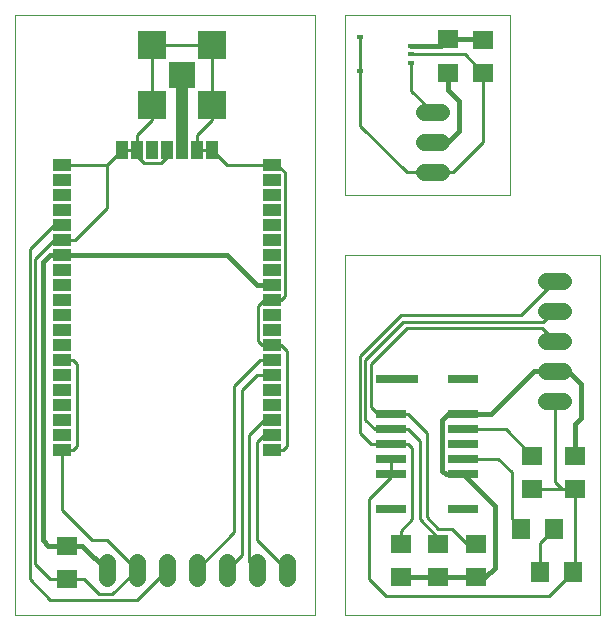
<source format=gtl>
G75*
%MOIN*%
%OFA0B0*%
%FSLAX25Y25*%
%IPPOS*%
%LPD*%
%AMOC8*
5,1,8,0,0,1.08239X$1,22.5*
%
%ADD10C,0.00000*%
%ADD11R,0.07087X0.06299*%
%ADD12R,0.06299X0.07087*%
%ADD13R,0.07098X0.06299*%
%ADD14R,0.06299X0.07098*%
%ADD15R,0.06000X0.04000*%
%ADD16R,0.04000X0.06000*%
%ADD17R,0.10236X0.02756*%
%ADD18R,0.10236X0.03150*%
%ADD19R,0.14173X0.03150*%
%ADD20R,0.09449X0.09449*%
%ADD21R,0.08858X0.08858*%
%ADD22R,0.02362X0.01772*%
%ADD23R,0.02362X0.01575*%
%ADD24C,0.05600*%
%ADD25C,0.01000*%
%ADD26C,0.04000*%
%ADD27C,0.01600*%
D10*
X0483333Y0004267D02*
X0583333Y0004267D01*
X0583333Y0204267D01*
X0483333Y0204267D01*
X0483333Y0004267D01*
X0593333Y0004267D02*
X0678333Y0004267D01*
X0678333Y0124267D01*
X0593333Y0124267D01*
X0593333Y0004267D01*
X0593333Y0144267D02*
X0593333Y0204267D01*
X0648333Y0204267D01*
X0648333Y0144267D01*
X0593333Y0144267D01*
D11*
X0639583Y0185005D03*
X0639583Y0196028D03*
X0655833Y0057278D03*
X0670208Y0057278D03*
X0670208Y0046255D03*
X0655833Y0046255D03*
X0500833Y0027278D03*
X0500833Y0016255D03*
D12*
X0652197Y0033017D03*
X0663220Y0033017D03*
D13*
X0637083Y0027990D03*
X0624583Y0027990D03*
X0612083Y0027990D03*
X0612083Y0016793D03*
X0624583Y0016793D03*
X0637083Y0016793D03*
X0627708Y0184918D03*
X0627708Y0196115D03*
D14*
X0658360Y0018642D03*
X0669557Y0018642D03*
D15*
X0568958Y0059267D03*
X0568958Y0064267D03*
X0568958Y0069267D03*
X0568958Y0074267D03*
X0568958Y0079267D03*
X0568958Y0084267D03*
X0568958Y0089267D03*
X0568958Y0094267D03*
X0568958Y0099267D03*
X0568958Y0104267D03*
X0568958Y0109267D03*
X0568958Y0114267D03*
X0568958Y0119267D03*
X0568958Y0124267D03*
X0568958Y0129267D03*
X0568958Y0134267D03*
X0568958Y0139267D03*
X0568958Y0144267D03*
X0568958Y0149267D03*
X0568958Y0154267D03*
X0498958Y0154267D03*
X0498958Y0149267D03*
X0498958Y0144267D03*
X0498958Y0139267D03*
X0498958Y0134267D03*
X0498958Y0129267D03*
X0498958Y0124267D03*
X0498958Y0119267D03*
X0498958Y0114267D03*
X0498958Y0109267D03*
X0498958Y0104267D03*
X0498958Y0099267D03*
X0498958Y0094267D03*
X0498958Y0089267D03*
X0498958Y0084267D03*
X0498958Y0079267D03*
X0498958Y0074267D03*
X0498958Y0069267D03*
X0498958Y0064267D03*
X0498958Y0059267D03*
D16*
X0518958Y0159267D03*
X0523958Y0159267D03*
X0528958Y0159267D03*
X0533958Y0159267D03*
X0538958Y0159267D03*
X0543958Y0159267D03*
X0548958Y0159267D03*
D17*
X0608825Y0071142D03*
X0608825Y0066142D03*
X0608865Y0061142D03*
X0608825Y0056142D03*
X0608825Y0051142D03*
X0632841Y0051220D03*
X0632841Y0056142D03*
X0632841Y0061142D03*
X0632841Y0066142D03*
X0632841Y0071142D03*
D18*
X0632841Y0082795D03*
X0632841Y0039488D03*
X0608825Y0039488D03*
D19*
X0610794Y0082795D03*
D20*
X0548958Y0174267D03*
X0528958Y0174267D03*
X0528958Y0194267D03*
X0548958Y0194267D03*
D21*
X0538958Y0184267D03*
D22*
X0615548Y0188287D03*
X0615548Y0193996D03*
D23*
X0615548Y0191142D03*
X0598619Y0196850D03*
X0598619Y0185433D03*
D24*
X0619908Y0171767D02*
X0625508Y0171767D01*
X0625508Y0161767D02*
X0619908Y0161767D01*
X0619908Y0151767D02*
X0625508Y0151767D01*
X0660533Y0115517D02*
X0666133Y0115517D01*
X0666133Y0105517D02*
X0660533Y0105517D01*
X0660533Y0095517D02*
X0666133Y0095517D01*
X0666133Y0085517D02*
X0660533Y0085517D01*
X0660533Y0075517D02*
X0666133Y0075517D01*
X0573958Y0022067D02*
X0573958Y0016467D01*
X0563958Y0016467D02*
X0563958Y0022067D01*
X0553958Y0022067D02*
X0553958Y0016467D01*
X0543958Y0016467D02*
X0543958Y0022067D01*
X0533958Y0022067D02*
X0533958Y0016467D01*
X0523958Y0016467D02*
X0523958Y0022067D01*
X0513958Y0022067D02*
X0513958Y0016467D01*
D25*
X0511458Y0011142D02*
X0506345Y0016255D01*
X0500833Y0016255D01*
X0500720Y0016142D01*
X0495208Y0016142D01*
X0490208Y0021142D01*
X0490208Y0024267D01*
X0490208Y0023755D01*
X0490208Y0024267D02*
X0490208Y0123017D01*
X0496458Y0129267D01*
X0498958Y0129267D01*
X0503333Y0129267D01*
X0513958Y0139892D01*
X0513958Y0154267D01*
X0498958Y0154267D01*
X0513958Y0154267D02*
X0518958Y0159267D01*
X0523958Y0159267D01*
X0523958Y0164267D01*
X0528958Y0169267D01*
X0528958Y0174267D01*
X0528958Y0194267D01*
X0548958Y0194267D01*
X0548958Y0174267D01*
X0548958Y0169267D01*
X0543958Y0164267D01*
X0543958Y0159267D01*
X0548958Y0159267D01*
X0553958Y0154267D01*
X0568958Y0154267D01*
X0570833Y0154267D01*
X0573333Y0151767D01*
X0573333Y0110517D01*
X0572083Y0109267D01*
X0568958Y0109267D01*
X0566458Y0109267D01*
X0564583Y0107392D01*
X0564583Y0095517D01*
X0565833Y0094267D01*
X0568958Y0094267D01*
X0572083Y0094267D01*
X0573958Y0092392D01*
X0573958Y0060517D01*
X0572708Y0059267D01*
X0568958Y0059267D01*
X0566458Y0064267D02*
X0563958Y0061767D01*
X0563958Y0029267D01*
X0573958Y0019267D01*
X0563958Y0019267D02*
X0561458Y0021767D01*
X0561458Y0064267D01*
X0566458Y0069267D01*
X0568958Y0069267D01*
X0568958Y0064267D02*
X0566458Y0064267D01*
X0598333Y0064892D02*
X0598333Y0090517D01*
X0612083Y0104267D01*
X0652083Y0104267D01*
X0663333Y0115517D01*
X0663333Y0105517D02*
X0659583Y0101767D01*
X0612708Y0101767D01*
X0600208Y0089267D01*
X0600208Y0069267D01*
X0603333Y0066142D01*
X0608825Y0066142D01*
X0614583Y0066142D01*
X0618333Y0062392D01*
X0618333Y0036142D01*
X0624583Y0029892D01*
X0624583Y0027990D01*
X0628958Y0033017D02*
X0633985Y0027990D01*
X0637083Y0027990D01*
X0628958Y0033017D02*
X0624583Y0033017D01*
X0620833Y0036767D01*
X0620833Y0064892D01*
X0614583Y0071142D01*
X0608825Y0071142D01*
X0604583Y0071142D01*
X0602083Y0073642D01*
X0602083Y0088017D01*
X0613958Y0099892D01*
X0658958Y0099892D01*
X0663333Y0095517D01*
X0663333Y0075517D02*
X0663333Y0048755D01*
X0665833Y0046255D01*
X0670208Y0046255D01*
X0670208Y0019293D01*
X0669557Y0018642D01*
X0661432Y0010517D01*
X0607083Y0010517D01*
X0601458Y0016142D01*
X0601458Y0043017D01*
X0608825Y0050384D01*
X0608825Y0051142D01*
X0608825Y0056142D01*
X0614583Y0061142D02*
X0615833Y0059892D01*
X0615833Y0036142D01*
X0612083Y0032392D01*
X0612083Y0027990D01*
X0648958Y0036255D02*
X0652197Y0033017D01*
X0648958Y0036255D02*
X0648958Y0051767D01*
X0644583Y0056142D01*
X0632841Y0056142D01*
X0614583Y0061142D02*
X0608865Y0061142D01*
X0602083Y0061142D01*
X0598333Y0064892D01*
X0632841Y0066142D02*
X0646970Y0066142D01*
X0655833Y0057278D01*
X0655833Y0046255D02*
X0665833Y0046255D01*
X0663220Y0033017D02*
X0658360Y0028156D01*
X0658360Y0018642D01*
X0558958Y0024267D02*
X0553958Y0019267D01*
X0558958Y0024267D02*
X0558958Y0079267D01*
X0563958Y0084267D01*
X0568958Y0084267D01*
X0568958Y0089267D02*
X0565208Y0089267D01*
X0556458Y0080517D01*
X0556458Y0031767D01*
X0543958Y0019267D01*
X0533958Y0019267D02*
X0523958Y0009267D01*
X0495208Y0009267D01*
X0488333Y0016142D01*
X0488333Y0126142D01*
X0496458Y0134267D01*
X0498958Y0134267D01*
X0523958Y0157392D02*
X0526458Y0154892D01*
X0532083Y0154892D01*
X0533958Y0156767D01*
X0533958Y0159267D01*
X0523958Y0159267D02*
X0523958Y0157392D01*
X0598619Y0167106D02*
X0613958Y0151767D01*
X0622708Y0151767D01*
X0629583Y0151767D01*
X0639583Y0161767D01*
X0639583Y0185005D01*
X0633447Y0191142D01*
X0615548Y0191142D01*
X0615548Y0188287D02*
X0615548Y0178927D01*
X0622708Y0171767D01*
X0598619Y0167106D02*
X0598619Y0185433D01*
X0598619Y0196850D01*
X0502708Y0089267D02*
X0503958Y0088017D01*
X0503958Y0060517D01*
X0502708Y0059267D01*
X0498958Y0059267D01*
X0498958Y0039267D01*
X0508958Y0029267D01*
X0513958Y0029267D01*
X0523958Y0019267D01*
X0515833Y0011142D01*
X0511458Y0011142D01*
X0502708Y0089267D02*
X0498958Y0089267D01*
D26*
X0538958Y0159267D02*
X0538958Y0184267D01*
D27*
X0615548Y0193996D02*
X0625589Y0193996D01*
X0627708Y0196115D01*
X0639497Y0196115D01*
X0639583Y0196028D01*
X0627708Y0184918D02*
X0627708Y0179267D01*
X0631458Y0175517D01*
X0631458Y0165517D01*
X0627708Y0161767D01*
X0622708Y0161767D01*
X0563958Y0114267D02*
X0553958Y0124267D01*
X0498958Y0124267D01*
X0495208Y0124267D01*
X0492708Y0121767D01*
X0492708Y0034267D01*
X0492708Y0029267D01*
X0494583Y0027392D01*
X0500720Y0027392D01*
X0500833Y0027278D01*
X0505947Y0027278D01*
X0513958Y0019267D01*
X0492708Y0032278D02*
X0492708Y0034267D01*
X0612083Y0016793D02*
X0624583Y0016793D01*
X0637083Y0016793D01*
X0640235Y0016793D01*
X0643333Y0019892D01*
X0643333Y0040728D01*
X0632841Y0051220D01*
X0627005Y0051220D01*
X0625833Y0052392D01*
X0625833Y0069267D01*
X0627708Y0071142D01*
X0632841Y0071142D01*
X0642083Y0071142D01*
X0656458Y0085517D01*
X0663333Y0085517D01*
X0667708Y0085517D01*
X0672083Y0081142D01*
X0672083Y0069892D01*
X0670208Y0068017D01*
X0670208Y0057278D01*
X0568958Y0114267D02*
X0563958Y0114267D01*
M02*

</source>
